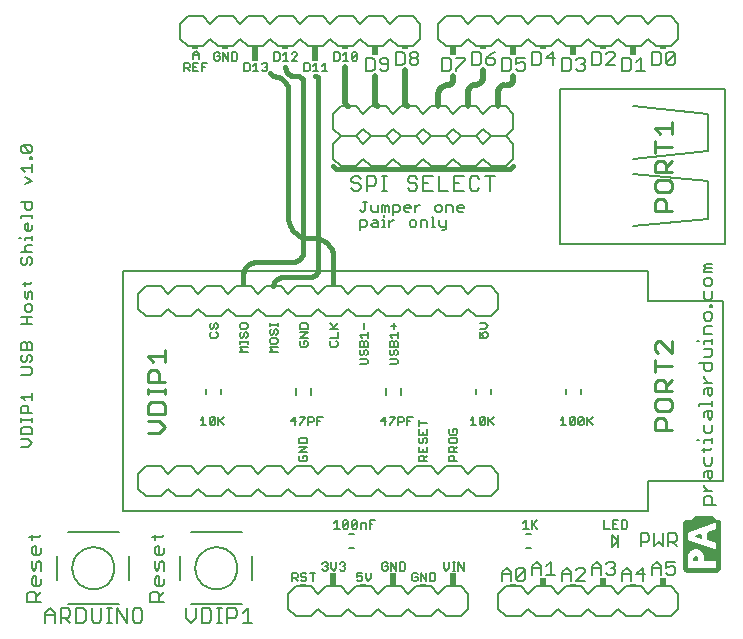
<source format=gto>
G75*
G70*
%OFA0B0*%
%FSLAX24Y24*%
%IPPOS*%
%LPD*%
%AMOC8*
5,1,8,0,0,1.08239X$1,22.5*
%
%ADD10C,0.0080*%
%ADD11C,0.0050*%
%ADD12C,0.0070*%
%ADD13R,0.0200X0.0450*%
%ADD14R,0.0200X0.0100*%
%ADD15R,0.0200X0.0500*%
%ADD16R,0.0200X0.0300*%
%ADD17C,0.0200*%
%ADD18C,0.0160*%
%ADD19C,0.0110*%
%ADD20C,0.0060*%
D10*
X001142Y000844D02*
X001142Y001165D01*
X001302Y001325D01*
X001462Y001165D01*
X001462Y000844D01*
X001658Y000844D02*
X001658Y001325D01*
X001898Y001325D01*
X001978Y001245D01*
X001978Y001085D01*
X001898Y001004D01*
X001658Y001004D01*
X001818Y001004D02*
X001978Y000844D01*
X002173Y000844D02*
X002413Y000844D01*
X002493Y000924D01*
X002493Y001245D01*
X002413Y001325D01*
X002173Y001325D01*
X002173Y000844D01*
X002689Y000924D02*
X002769Y000844D01*
X002929Y000844D01*
X003009Y000924D01*
X003009Y001325D01*
X003204Y001325D02*
X003365Y001325D01*
X003285Y001325D02*
X003285Y000844D01*
X003365Y000844D02*
X003204Y000844D01*
X003548Y000844D02*
X003548Y001325D01*
X003868Y000844D01*
X003868Y001325D01*
X004064Y001245D02*
X004064Y000924D01*
X004144Y000844D01*
X004304Y000844D01*
X004384Y000924D01*
X004384Y001245D01*
X004304Y001325D01*
X004144Y001325D01*
X004064Y001245D01*
X003602Y001454D02*
X001902Y001454D01*
X001462Y001085D02*
X001142Y001085D01*
X001012Y001544D02*
X000532Y001544D01*
X000532Y001785D01*
X000612Y001865D01*
X000772Y001865D01*
X000852Y001785D01*
X000852Y001544D01*
X000852Y001704D02*
X001012Y001865D01*
X000932Y002060D02*
X000772Y002060D01*
X000692Y002140D01*
X000692Y002300D01*
X000772Y002380D01*
X000852Y002380D01*
X000852Y002060D01*
X000932Y002060D02*
X001012Y002140D01*
X001012Y002300D01*
X001012Y002576D02*
X001012Y002816D01*
X000932Y002896D01*
X000852Y002816D01*
X000852Y002656D01*
X000772Y002576D01*
X000692Y002656D01*
X000692Y002896D01*
X000772Y003091D02*
X000692Y003171D01*
X000692Y003331D01*
X000772Y003411D01*
X000852Y003411D01*
X000852Y003091D01*
X000932Y003091D02*
X000772Y003091D01*
X000932Y003091D02*
X001012Y003171D01*
X001012Y003331D01*
X000932Y003687D02*
X001012Y003767D01*
X000932Y003687D02*
X000612Y003687D01*
X000692Y003607D02*
X000692Y003767D01*
X001552Y003054D02*
X001552Y002261D01*
X002052Y002654D02*
X002054Y002706D01*
X002060Y002758D01*
X002070Y002810D01*
X002083Y002860D01*
X002100Y002910D01*
X002121Y002958D01*
X002146Y003004D01*
X002174Y003048D01*
X002205Y003090D01*
X002239Y003130D01*
X002276Y003167D01*
X002316Y003201D01*
X002358Y003232D01*
X002402Y003260D01*
X002448Y003285D01*
X002496Y003306D01*
X002546Y003323D01*
X002596Y003336D01*
X002648Y003346D01*
X002700Y003352D01*
X002752Y003354D01*
X002804Y003352D01*
X002856Y003346D01*
X002908Y003336D01*
X002958Y003323D01*
X003008Y003306D01*
X003056Y003285D01*
X003102Y003260D01*
X003146Y003232D01*
X003188Y003201D01*
X003228Y003167D01*
X003265Y003130D01*
X003299Y003090D01*
X003330Y003048D01*
X003358Y003004D01*
X003383Y002958D01*
X003404Y002910D01*
X003421Y002860D01*
X003434Y002810D01*
X003444Y002758D01*
X003450Y002706D01*
X003452Y002654D01*
X003450Y002602D01*
X003444Y002550D01*
X003434Y002498D01*
X003421Y002448D01*
X003404Y002398D01*
X003383Y002350D01*
X003358Y002304D01*
X003330Y002260D01*
X003299Y002218D01*
X003265Y002178D01*
X003228Y002141D01*
X003188Y002107D01*
X003146Y002076D01*
X003102Y002048D01*
X003056Y002023D01*
X003008Y002002D01*
X002958Y001985D01*
X002908Y001972D01*
X002856Y001962D01*
X002804Y001956D01*
X002752Y001954D01*
X002700Y001956D01*
X002648Y001962D01*
X002596Y001972D01*
X002546Y001985D01*
X002496Y002002D01*
X002448Y002023D01*
X002402Y002048D01*
X002358Y002076D01*
X002316Y002107D01*
X002276Y002141D01*
X002239Y002178D01*
X002205Y002218D01*
X002174Y002260D01*
X002146Y002304D01*
X002121Y002350D01*
X002100Y002398D01*
X002083Y002448D01*
X002070Y002498D01*
X002060Y002550D01*
X002054Y002602D01*
X002052Y002654D01*
X001902Y003854D02*
X003602Y003854D01*
X003752Y004554D02*
X003752Y012554D01*
X021252Y012554D01*
X021252Y011554D01*
X023752Y011554D01*
X023752Y005554D01*
X021252Y005554D01*
X021252Y004554D01*
X003752Y004554D01*
X004502Y005054D02*
X004252Y005304D01*
X004252Y005804D01*
X004502Y006054D01*
X005002Y006054D01*
X005252Y005804D01*
X005502Y006054D01*
X006002Y006054D01*
X006252Y005804D01*
X006502Y006054D01*
X007002Y006054D01*
X007252Y005804D01*
X007502Y006054D01*
X008002Y006054D01*
X008252Y005804D01*
X008502Y006054D01*
X009002Y006054D01*
X009252Y005804D01*
X009502Y006054D01*
X010002Y006054D01*
X010252Y005804D01*
X010502Y006054D01*
X011002Y006054D01*
X011252Y005804D01*
X011502Y006054D01*
X012002Y006054D01*
X012252Y005804D01*
X012502Y006054D01*
X013002Y006054D01*
X013252Y005804D01*
X013502Y006054D01*
X014002Y006054D01*
X014252Y005804D01*
X014502Y006054D01*
X015002Y006054D01*
X015252Y005804D01*
X015502Y006054D01*
X016002Y006054D01*
X016252Y005804D01*
X016252Y005304D01*
X016002Y005054D01*
X015502Y005054D01*
X015252Y005304D01*
X015002Y005054D01*
X014502Y005054D01*
X014252Y005304D01*
X014002Y005054D01*
X013502Y005054D01*
X013252Y005304D01*
X013002Y005054D01*
X012502Y005054D01*
X012252Y005304D01*
X012002Y005054D01*
X011502Y005054D01*
X011252Y005304D01*
X011002Y005054D01*
X010502Y005054D01*
X010252Y005304D01*
X010002Y005054D01*
X009502Y005054D01*
X009252Y005304D01*
X009002Y005054D01*
X008502Y005054D01*
X008252Y005304D01*
X008002Y005054D01*
X007502Y005054D01*
X007252Y005304D01*
X007002Y005054D01*
X006502Y005054D01*
X006252Y005304D01*
X006002Y005054D01*
X005502Y005054D01*
X005252Y005304D01*
X005002Y005054D01*
X004502Y005054D01*
X004792Y003767D02*
X004792Y003607D01*
X004712Y003687D02*
X005032Y003687D01*
X005112Y003767D01*
X004952Y003411D02*
X004872Y003411D01*
X004792Y003331D01*
X004792Y003171D01*
X004872Y003091D01*
X005032Y003091D01*
X005112Y003171D01*
X005112Y003331D01*
X004952Y003411D02*
X004952Y003091D01*
X005032Y002896D02*
X004952Y002816D01*
X004952Y002656D01*
X004872Y002576D01*
X004792Y002656D01*
X004792Y002896D01*
X005032Y002896D02*
X005112Y002816D01*
X005112Y002576D01*
X004952Y002380D02*
X004872Y002380D01*
X004792Y002300D01*
X004792Y002140D01*
X004872Y002060D01*
X005032Y002060D01*
X005112Y002140D01*
X005112Y002300D01*
X004952Y002380D02*
X004952Y002060D01*
X004872Y001865D02*
X004952Y001785D01*
X004952Y001544D01*
X005112Y001544D02*
X004632Y001544D01*
X004632Y001785D01*
X004712Y001865D01*
X004872Y001865D01*
X004952Y001704D02*
X005112Y001865D01*
X005652Y002261D02*
X005652Y003054D01*
X006002Y003854D02*
X007702Y003854D01*
X008052Y003054D02*
X008052Y002250D01*
X007702Y001454D02*
X006002Y001454D01*
X005842Y001325D02*
X005842Y001004D01*
X006002Y000844D01*
X006162Y001004D01*
X006162Y001325D01*
X006358Y001325D02*
X006598Y001325D01*
X006678Y001245D01*
X006678Y000924D01*
X006598Y000844D01*
X006358Y000844D01*
X006358Y001325D01*
X006873Y001325D02*
X007033Y001325D01*
X006953Y001325D02*
X006953Y000844D01*
X006873Y000844D02*
X007033Y000844D01*
X007217Y000844D02*
X007217Y001325D01*
X007457Y001325D01*
X007537Y001245D01*
X007537Y001085D01*
X007457Y001004D01*
X007217Y001004D01*
X007733Y000844D02*
X008053Y000844D01*
X007893Y000844D02*
X007893Y001325D01*
X007733Y001165D01*
X009252Y001304D02*
X009502Y001054D01*
X010002Y001054D01*
X010252Y001304D01*
X010502Y001054D01*
X011002Y001054D01*
X011252Y001304D01*
X011502Y001054D01*
X012002Y001054D01*
X012252Y001304D01*
X012502Y001054D01*
X013002Y001054D01*
X013252Y001304D01*
X013502Y001054D01*
X014002Y001054D01*
X014252Y001304D01*
X014502Y001054D01*
X015002Y001054D01*
X015252Y001304D01*
X015252Y001804D01*
X015002Y002054D01*
X014502Y002054D01*
X014252Y001804D01*
X014002Y002054D01*
X013502Y002054D01*
X013252Y001804D01*
X013002Y002054D01*
X012502Y002054D01*
X012252Y001804D01*
X012002Y002054D01*
X011502Y002054D01*
X011252Y001804D01*
X011002Y002054D01*
X010502Y002054D01*
X010252Y001804D01*
X010002Y002054D01*
X009502Y002054D01*
X009252Y001804D01*
X009252Y001304D01*
X006152Y002654D02*
X006154Y002706D01*
X006160Y002758D01*
X006170Y002810D01*
X006183Y002860D01*
X006200Y002910D01*
X006221Y002958D01*
X006246Y003004D01*
X006274Y003048D01*
X006305Y003090D01*
X006339Y003130D01*
X006376Y003167D01*
X006416Y003201D01*
X006458Y003232D01*
X006502Y003260D01*
X006548Y003285D01*
X006596Y003306D01*
X006646Y003323D01*
X006696Y003336D01*
X006748Y003346D01*
X006800Y003352D01*
X006852Y003354D01*
X006904Y003352D01*
X006956Y003346D01*
X007008Y003336D01*
X007058Y003323D01*
X007108Y003306D01*
X007156Y003285D01*
X007202Y003260D01*
X007246Y003232D01*
X007288Y003201D01*
X007328Y003167D01*
X007365Y003130D01*
X007399Y003090D01*
X007430Y003048D01*
X007458Y003004D01*
X007483Y002958D01*
X007504Y002910D01*
X007521Y002860D01*
X007534Y002810D01*
X007544Y002758D01*
X007550Y002706D01*
X007552Y002654D01*
X007550Y002602D01*
X007544Y002550D01*
X007534Y002498D01*
X007521Y002448D01*
X007504Y002398D01*
X007483Y002350D01*
X007458Y002304D01*
X007430Y002260D01*
X007399Y002218D01*
X007365Y002178D01*
X007328Y002141D01*
X007288Y002107D01*
X007246Y002076D01*
X007202Y002048D01*
X007156Y002023D01*
X007108Y002002D01*
X007058Y001985D01*
X007008Y001972D01*
X006956Y001962D01*
X006904Y001956D01*
X006852Y001954D01*
X006800Y001956D01*
X006748Y001962D01*
X006696Y001972D01*
X006646Y001985D01*
X006596Y002002D01*
X006548Y002023D01*
X006502Y002048D01*
X006458Y002076D01*
X006416Y002107D01*
X006376Y002141D01*
X006339Y002178D01*
X006305Y002218D01*
X006274Y002260D01*
X006246Y002304D01*
X006221Y002350D01*
X006200Y002398D01*
X006183Y002448D01*
X006170Y002498D01*
X006160Y002550D01*
X006154Y002602D01*
X006152Y002654D01*
X003952Y002250D02*
X003952Y003054D01*
X002689Y001325D02*
X002689Y000924D01*
X000585Y006694D02*
X000332Y006694D01*
X000585Y006694D02*
X000712Y006821D01*
X000585Y006948D01*
X000332Y006948D01*
X000332Y007118D02*
X000332Y007308D01*
X000395Y007371D01*
X000649Y007371D01*
X000712Y007308D01*
X000712Y007118D01*
X000332Y007118D01*
X000332Y007541D02*
X000332Y007668D01*
X000332Y007605D02*
X000712Y007605D01*
X000712Y007668D02*
X000712Y007541D01*
X000712Y007824D02*
X000332Y007824D01*
X000332Y008014D01*
X000395Y008077D01*
X000522Y008077D01*
X000585Y008014D01*
X000585Y007824D01*
X000458Y008247D02*
X000332Y008374D01*
X000712Y008374D01*
X000712Y008247D02*
X000712Y008501D01*
X000649Y009094D02*
X000332Y009094D01*
X000332Y009348D02*
X000649Y009348D01*
X000712Y009285D01*
X000712Y009158D01*
X000649Y009094D01*
X000649Y009518D02*
X000712Y009581D01*
X000712Y009708D01*
X000649Y009771D01*
X000585Y009771D01*
X000522Y009708D01*
X000522Y009581D01*
X000458Y009518D01*
X000395Y009518D01*
X000332Y009581D01*
X000332Y009708D01*
X000395Y009771D01*
X000332Y009941D02*
X000332Y010132D01*
X000395Y010195D01*
X000458Y010195D01*
X000522Y010132D01*
X000522Y009941D01*
X000712Y009941D02*
X000712Y010132D01*
X000649Y010195D01*
X000585Y010195D01*
X000522Y010132D01*
X000712Y009941D02*
X000332Y009941D01*
X000332Y010789D02*
X000712Y010789D01*
X000522Y010789D02*
X000522Y011042D01*
X000522Y011212D02*
X000458Y011276D01*
X000458Y011402D01*
X000522Y011466D01*
X000649Y011466D01*
X000712Y011402D01*
X000712Y011276D01*
X000649Y011212D01*
X000522Y011212D01*
X000332Y011042D02*
X000712Y011042D01*
X000712Y011636D02*
X000712Y011826D01*
X000649Y011889D01*
X000585Y011826D01*
X000585Y011699D01*
X000522Y011636D01*
X000458Y011699D01*
X000458Y011889D01*
X000458Y012059D02*
X000458Y012186D01*
X000395Y012123D02*
X000649Y012123D01*
X000712Y012186D01*
X000649Y012765D02*
X000712Y012829D01*
X000712Y012955D01*
X000649Y013019D01*
X000585Y013019D01*
X000522Y012955D01*
X000522Y012829D01*
X000458Y012765D01*
X000395Y012765D01*
X000332Y012829D01*
X000332Y012955D01*
X000395Y013019D01*
X000332Y013189D02*
X000712Y013189D01*
X000522Y013189D02*
X000458Y013252D01*
X000458Y013379D01*
X000522Y013442D01*
X000712Y013442D01*
X000712Y013612D02*
X000712Y013739D01*
X000712Y013676D02*
X000458Y013676D01*
X000458Y013612D01*
X000332Y013676D02*
X000268Y013676D01*
X000522Y013895D02*
X000458Y013958D01*
X000458Y014085D01*
X000522Y014148D01*
X000585Y014148D01*
X000585Y013895D01*
X000522Y013895D02*
X000649Y013895D01*
X000712Y013958D01*
X000712Y014085D01*
X000712Y014318D02*
X000712Y014445D01*
X000712Y014381D02*
X000332Y014381D01*
X000332Y014318D01*
X000522Y014600D02*
X000458Y014664D01*
X000458Y014854D01*
X000332Y014854D02*
X000712Y014854D01*
X000712Y014664D01*
X000649Y014600D01*
X000522Y014600D01*
X000458Y015448D02*
X000712Y015574D01*
X000458Y015701D01*
X000458Y015871D02*
X000332Y015998D01*
X000712Y015998D01*
X000712Y015871D02*
X000712Y016125D01*
X000712Y016295D02*
X000712Y016358D01*
X000649Y016358D01*
X000649Y016295D01*
X000712Y016295D01*
X000649Y016506D02*
X000395Y016506D01*
X000332Y016570D01*
X000332Y016697D01*
X000395Y016760D01*
X000649Y016506D01*
X000712Y016570D01*
X000712Y016697D01*
X000649Y016760D01*
X000395Y016760D01*
X004502Y012054D02*
X005002Y012054D01*
X005252Y011804D01*
X005502Y012054D01*
X006002Y012054D01*
X006252Y011804D01*
X006502Y012054D01*
X007002Y012054D01*
X007252Y011804D01*
X007502Y012054D01*
X008002Y012054D01*
X008252Y011804D01*
X008502Y012054D01*
X009002Y012054D01*
X009252Y011804D01*
X009502Y012054D01*
X010002Y012054D01*
X010252Y011804D01*
X010502Y012054D01*
X011002Y012054D01*
X011252Y011804D01*
X011502Y012054D01*
X012002Y012054D01*
X012252Y011804D01*
X012502Y012054D01*
X013002Y012054D01*
X013252Y011804D01*
X013502Y012054D01*
X014002Y012054D01*
X014252Y011804D01*
X014502Y012054D01*
X015002Y012054D01*
X015252Y011804D01*
X015502Y012054D01*
X016002Y012054D01*
X016252Y011804D01*
X016252Y011304D01*
X016002Y011054D01*
X015502Y011054D01*
X015252Y011304D01*
X015002Y011054D01*
X014502Y011054D01*
X014252Y011304D01*
X014002Y011054D01*
X013502Y011054D01*
X013252Y011304D01*
X013002Y011054D01*
X012502Y011054D01*
X012252Y011304D01*
X012002Y011054D01*
X011502Y011054D01*
X011252Y011304D01*
X011002Y011054D01*
X010502Y011054D01*
X010252Y011304D01*
X010002Y011054D01*
X009502Y011054D01*
X009252Y011304D01*
X009002Y011054D01*
X008502Y011054D01*
X008252Y011304D01*
X008002Y011054D01*
X007502Y011054D01*
X007252Y011304D01*
X007002Y011054D01*
X006502Y011054D01*
X006252Y011304D01*
X006002Y011054D01*
X005502Y011054D01*
X005252Y011304D01*
X005002Y011054D01*
X004502Y011054D01*
X004252Y011304D01*
X004252Y011804D01*
X004502Y012054D01*
X010752Y016304D02*
X010752Y016804D01*
X011002Y017054D01*
X010752Y017304D01*
X010752Y017804D01*
X011002Y018054D01*
X011502Y018054D01*
X011752Y017804D01*
X012002Y018054D01*
X012502Y018054D01*
X012752Y017804D01*
X013002Y018054D01*
X013502Y018054D01*
X013752Y017804D01*
X014002Y018054D01*
X014502Y018054D01*
X014752Y017804D01*
X015002Y018054D01*
X015502Y018054D01*
X015752Y017804D01*
X016002Y018054D01*
X016502Y018054D01*
X016752Y017804D01*
X016752Y017304D01*
X016502Y017054D01*
X016002Y017054D01*
X015752Y017304D01*
X015502Y017054D01*
X015002Y017054D01*
X014752Y017304D01*
X014502Y017054D01*
X014002Y017054D01*
X013752Y017304D01*
X013502Y017054D01*
X013002Y017054D01*
X012752Y017304D01*
X012502Y017054D01*
X012002Y017054D01*
X011752Y017304D01*
X011502Y017054D01*
X011002Y017054D01*
X011502Y017054D01*
X011752Y016804D01*
X012002Y017054D01*
X012502Y017054D01*
X012752Y016804D01*
X013002Y017054D01*
X013502Y017054D01*
X013752Y016804D01*
X014002Y017054D01*
X014502Y017054D01*
X014752Y016804D01*
X015002Y017054D01*
X015502Y017054D01*
X015752Y016804D01*
X016002Y017054D01*
X016502Y017054D01*
X016752Y016804D01*
X016752Y016304D01*
X016502Y016054D01*
X016002Y016054D01*
X015752Y016304D01*
X015502Y016054D01*
X015002Y016054D01*
X014752Y016304D01*
X014502Y016054D01*
X014002Y016054D01*
X013752Y016304D01*
X013502Y016054D01*
X013002Y016054D01*
X012752Y016304D01*
X012502Y016054D01*
X012002Y016054D01*
X011752Y016304D01*
X011502Y016054D01*
X011002Y016054D01*
X010752Y016304D01*
X011342Y015645D02*
X011422Y015725D01*
X011582Y015725D01*
X011662Y015645D01*
X011582Y015485D02*
X011662Y015404D01*
X011662Y015324D01*
X011582Y015244D01*
X011422Y015244D01*
X011342Y015324D01*
X011422Y015485D02*
X011582Y015485D01*
X011422Y015485D02*
X011342Y015565D01*
X011342Y015645D01*
X011858Y015725D02*
X011858Y015244D01*
X011858Y015404D02*
X012098Y015404D01*
X012178Y015485D01*
X012178Y015645D01*
X012098Y015725D01*
X011858Y015725D01*
X012373Y015725D02*
X012533Y015725D01*
X012453Y015725D02*
X012453Y015244D01*
X012373Y015244D02*
X012533Y015244D01*
X013233Y015324D02*
X013313Y015244D01*
X013473Y015244D01*
X013553Y015324D01*
X013553Y015404D01*
X013473Y015485D01*
X013313Y015485D01*
X013233Y015565D01*
X013233Y015645D01*
X013313Y015725D01*
X013473Y015725D01*
X013553Y015645D01*
X013748Y015725D02*
X013748Y015244D01*
X014068Y015244D01*
X014264Y015244D02*
X014584Y015244D01*
X014779Y015244D02*
X015100Y015244D01*
X015295Y015324D02*
X015375Y015244D01*
X015535Y015244D01*
X015615Y015324D01*
X015615Y015645D02*
X015535Y015725D01*
X015375Y015725D01*
X015295Y015645D01*
X015295Y015324D01*
X014940Y015485D02*
X014779Y015485D01*
X014779Y015725D02*
X014779Y015244D01*
X014264Y015244D02*
X014264Y015725D01*
X014068Y015725D02*
X013748Y015725D01*
X013748Y015485D02*
X013908Y015485D01*
X014779Y015725D02*
X015100Y015725D01*
X015811Y015725D02*
X016131Y015725D01*
X015971Y015725D02*
X015971Y015244D01*
X016002Y020054D02*
X015502Y020054D01*
X015252Y020304D01*
X015002Y020054D01*
X014502Y020054D01*
X014252Y020304D01*
X014252Y020804D01*
X014502Y021054D01*
X015002Y021054D01*
X015252Y020804D01*
X015502Y021054D01*
X016002Y021054D01*
X016252Y020804D01*
X016502Y021054D01*
X017002Y021054D01*
X017252Y020804D01*
X017502Y021054D01*
X018002Y021054D01*
X018252Y020804D01*
X018502Y021054D01*
X019002Y021054D01*
X019252Y020804D01*
X019502Y021054D01*
X020002Y021054D01*
X020252Y020804D01*
X020502Y021054D01*
X021002Y021054D01*
X021252Y020804D01*
X021502Y021054D01*
X022002Y021054D01*
X022252Y020804D01*
X022252Y020304D01*
X022002Y020054D01*
X021502Y020054D01*
X021252Y020304D01*
X021002Y020054D01*
X020502Y020054D01*
X020252Y020304D01*
X020002Y020054D01*
X019502Y020054D01*
X019252Y020304D01*
X019002Y020054D01*
X018502Y020054D01*
X018252Y020304D01*
X018002Y020054D01*
X017502Y020054D01*
X017252Y020304D01*
X017002Y020054D01*
X016502Y020054D01*
X016252Y020304D01*
X016002Y020054D01*
X013652Y020304D02*
X013402Y020054D01*
X012902Y020054D01*
X012652Y020304D01*
X012402Y020054D01*
X011902Y020054D01*
X011652Y020304D01*
X011402Y020054D01*
X010902Y020054D01*
X010652Y020304D01*
X010402Y020054D01*
X009902Y020054D01*
X009652Y020304D01*
X009402Y020054D01*
X008902Y020054D01*
X008652Y020304D01*
X008402Y020054D01*
X007902Y020054D01*
X007652Y020304D01*
X007402Y020054D01*
X006902Y020054D01*
X006652Y020304D01*
X006402Y020054D01*
X005902Y020054D01*
X005652Y020304D01*
X005652Y020804D01*
X005902Y021054D01*
X006402Y021054D01*
X006652Y020804D01*
X006902Y021054D01*
X007402Y021054D01*
X007652Y020804D01*
X007902Y021054D01*
X008402Y021054D01*
X008652Y020804D01*
X008902Y021054D01*
X009402Y021054D01*
X009652Y020804D01*
X009902Y021054D01*
X010402Y021054D01*
X010652Y020804D01*
X010902Y021054D01*
X011402Y021054D01*
X011652Y020804D01*
X011902Y021054D01*
X012402Y021054D01*
X012652Y020804D01*
X012902Y021054D01*
X013402Y021054D01*
X013652Y020804D01*
X013652Y020304D01*
X023092Y012734D02*
X023162Y012804D01*
X023372Y012804D01*
X023372Y012664D02*
X023162Y012664D01*
X023092Y012734D01*
X023162Y012664D02*
X023092Y012594D01*
X023092Y012524D01*
X023372Y012524D01*
X023302Y012343D02*
X023162Y012343D01*
X023092Y012273D01*
X023092Y012133D01*
X023162Y012063D01*
X023302Y012063D01*
X023372Y012133D01*
X023372Y012273D01*
X023302Y012343D01*
X023372Y011883D02*
X023372Y011673D01*
X023302Y011603D01*
X023162Y011603D01*
X023092Y011673D01*
X023092Y011883D01*
X023302Y011443D02*
X023372Y011443D01*
X023372Y011373D01*
X023302Y011373D01*
X023302Y011443D01*
X023302Y011193D02*
X023162Y011193D01*
X023092Y011122D01*
X023092Y010982D01*
X023162Y010912D01*
X023302Y010912D01*
X023372Y010982D01*
X023372Y011122D01*
X023302Y011193D01*
X023372Y010732D02*
X023162Y010732D01*
X023092Y010662D01*
X023092Y010452D01*
X023372Y010452D01*
X023372Y010285D02*
X023372Y010145D01*
X023372Y010215D02*
X023092Y010215D01*
X023092Y010145D01*
X022952Y010215D02*
X022882Y010215D01*
X023092Y009965D02*
X023372Y009965D01*
X023372Y009755D01*
X023302Y009685D01*
X023092Y009685D01*
X023092Y009505D02*
X023092Y009294D01*
X023162Y009224D01*
X023302Y009224D01*
X023372Y009294D01*
X023372Y009505D01*
X022952Y009505D01*
X023092Y009051D02*
X023092Y008981D01*
X023232Y008841D01*
X023372Y008841D02*
X023092Y008841D01*
X023162Y008661D02*
X023372Y008661D01*
X023372Y008450D01*
X023302Y008380D01*
X023232Y008450D01*
X023232Y008661D01*
X023162Y008661D02*
X023092Y008591D01*
X023092Y008450D01*
X023372Y008214D02*
X023372Y008074D01*
X023372Y008144D02*
X022952Y008144D01*
X022952Y008074D01*
X023162Y007893D02*
X023372Y007893D01*
X023372Y007683D01*
X023302Y007613D01*
X023232Y007683D01*
X023232Y007893D01*
X023162Y007893D02*
X023092Y007823D01*
X023092Y007683D01*
X023092Y007433D02*
X023092Y007223D01*
X023162Y007153D01*
X023302Y007153D01*
X023372Y007223D01*
X023372Y007433D01*
X023372Y006986D02*
X023372Y006846D01*
X023372Y006916D02*
X023092Y006916D01*
X023092Y006846D01*
X022952Y006916D02*
X022882Y006916D01*
X023092Y006679D02*
X023092Y006539D01*
X023022Y006609D02*
X023302Y006609D01*
X023372Y006679D01*
X023372Y006359D02*
X023372Y006149D01*
X023302Y006079D01*
X023162Y006079D01*
X023092Y006149D01*
X023092Y006359D01*
X023162Y005899D02*
X023372Y005899D01*
X023372Y005688D01*
X023302Y005618D01*
X023232Y005688D01*
X023232Y005899D01*
X023162Y005899D02*
X023092Y005828D01*
X023092Y005688D01*
X023092Y005445D02*
X023092Y005375D01*
X023232Y005235D01*
X023372Y005235D02*
X023092Y005235D01*
X023162Y005055D02*
X023302Y005055D01*
X023372Y004984D01*
X023372Y004774D01*
X023512Y004774D02*
X023092Y004774D01*
X023092Y004984D01*
X023162Y005055D01*
X022123Y003815D02*
X021913Y003815D01*
X021913Y003394D01*
X021913Y003534D02*
X022123Y003534D01*
X022193Y003604D01*
X022193Y003745D01*
X022123Y003815D01*
X021733Y003815D02*
X021733Y003394D01*
X021592Y003534D01*
X021452Y003394D01*
X021452Y003815D01*
X021272Y003745D02*
X021272Y003604D01*
X021202Y003534D01*
X020992Y003534D01*
X020992Y003394D02*
X020992Y003815D01*
X021202Y003815D01*
X021272Y003745D01*
X022053Y003534D02*
X022193Y003394D01*
X022002Y002054D02*
X021502Y002054D01*
X021252Y001804D01*
X021002Y002054D01*
X020502Y002054D01*
X020252Y001804D01*
X020002Y002054D01*
X019502Y002054D01*
X019252Y001804D01*
X019002Y002054D01*
X018502Y002054D01*
X018252Y001804D01*
X018002Y002054D01*
X017502Y002054D01*
X017252Y001804D01*
X017002Y002054D01*
X016502Y002054D01*
X016252Y001804D01*
X016252Y001304D01*
X016502Y001054D01*
X017002Y001054D01*
X017252Y001304D01*
X017502Y001054D01*
X018002Y001054D01*
X018252Y001304D01*
X018502Y001054D01*
X019002Y001054D01*
X019252Y001304D01*
X019502Y001054D01*
X020002Y001054D01*
X020252Y001304D01*
X020502Y001054D01*
X021002Y001054D01*
X021252Y001304D01*
X021502Y001054D01*
X022002Y001054D01*
X022252Y001304D01*
X022252Y001804D01*
X022002Y002054D01*
D11*
X022482Y002574D02*
X022432Y002624D01*
X022432Y004174D01*
X022482Y004224D01*
X022482Y002624D01*
X023532Y002624D01*
X023532Y002574D01*
X022532Y002574D01*
X022532Y003024D01*
X022532Y003174D01*
X022532Y003224D01*
X022582Y003274D01*
X022532Y003274D01*
X022532Y003324D01*
X022632Y003324D01*
X022582Y003274D01*
X022632Y003274D02*
X022532Y003174D01*
X022532Y003224D02*
X022532Y003274D01*
X022532Y003324D02*
X022632Y003274D01*
X022632Y003324D01*
X022682Y003324D01*
X022632Y003274D01*
X022532Y003374D01*
X022682Y003324D01*
X022532Y003424D01*
X022782Y003324D01*
X022532Y003474D01*
X022882Y003324D01*
X022982Y003324D02*
X023532Y003074D01*
X023032Y003274D01*
X023532Y003024D01*
X023082Y003224D01*
X023432Y003024D01*
X023132Y003174D01*
X023332Y003024D01*
X023132Y003124D01*
X023232Y003024D01*
X023132Y003024D01*
X023132Y003074D01*
X023232Y003024D01*
X023332Y003024D01*
X023432Y003024D01*
X023532Y003024D01*
X023532Y002974D01*
X023132Y002974D01*
X023132Y003024D01*
X023132Y002974D02*
X023132Y002924D01*
X023532Y002924D01*
X023532Y002624D01*
X023532Y002574D02*
X023532Y002524D01*
X023582Y002574D01*
X023582Y004224D01*
X023632Y004224D01*
X023632Y002624D01*
X023582Y002574D01*
X023532Y002524D02*
X022532Y002524D01*
X022532Y002574D01*
X022532Y002524D02*
X022482Y002574D01*
X022482Y002624D01*
X022782Y002924D02*
X022782Y002974D01*
X022832Y002974D01*
X022882Y002974D02*
X022880Y002987D01*
X022875Y002999D01*
X022867Y003009D01*
X022857Y003017D01*
X022845Y003022D01*
X022832Y003024D01*
X022819Y003022D01*
X022807Y003017D01*
X022797Y003009D01*
X022789Y002999D01*
X022784Y002987D01*
X022782Y002974D01*
X022782Y002924D02*
X022832Y002924D01*
X022832Y002974D01*
X022882Y002974D01*
X022882Y002924D01*
X022832Y002924D01*
X023132Y003024D02*
X023130Y003058D01*
X023124Y003091D01*
X023115Y003123D01*
X023102Y003154D01*
X023086Y003184D01*
X023067Y003211D01*
X023044Y003236D01*
X023019Y003259D01*
X022992Y003278D01*
X022962Y003294D01*
X022931Y003307D01*
X022899Y003316D01*
X022866Y003322D01*
X022832Y003324D01*
X022798Y003322D01*
X022765Y003316D01*
X022733Y003307D01*
X022702Y003294D01*
X022672Y003278D01*
X022645Y003259D01*
X022620Y003236D01*
X022597Y003211D01*
X022578Y003184D01*
X022562Y003154D01*
X022549Y003123D01*
X022540Y003091D01*
X022534Y003058D01*
X022532Y003024D01*
X022532Y003324D02*
X022532Y003374D01*
X022532Y003424D01*
X022532Y003474D01*
X023532Y003174D01*
X023532Y003124D01*
X022982Y003324D01*
X023007Y003674D02*
X022832Y003724D01*
X023007Y003774D01*
X023007Y003674D01*
X022982Y003724D02*
X022882Y003724D01*
X022532Y003574D02*
X022532Y003524D01*
X022532Y003474D01*
X022532Y003524D02*
X023532Y003224D01*
X022532Y003574D01*
X022532Y003874D01*
X023532Y004224D01*
X023382Y004174D01*
X023382Y004224D01*
X023382Y004274D01*
X023382Y004324D01*
X022532Y004124D01*
X022582Y004124D01*
X022582Y004224D01*
X022632Y004224D01*
X022632Y004124D01*
X022682Y004124D01*
X022682Y004224D01*
X022732Y004224D01*
X022732Y004274D01*
X022782Y004324D01*
X022832Y004374D01*
X022832Y004174D01*
X022882Y004174D01*
X022882Y004374D01*
X022932Y004374D01*
X022932Y004174D01*
X022982Y004174D01*
X022982Y004374D01*
X023032Y004374D01*
X023032Y004224D01*
X023082Y004224D01*
X023082Y004374D01*
X023132Y004374D01*
X023132Y004274D01*
X023182Y004274D01*
X023182Y004374D01*
X023232Y004374D01*
X023232Y004274D01*
X023282Y004274D01*
X023282Y004374D01*
X023332Y004374D01*
X023332Y004274D01*
X023382Y004274D01*
X022532Y004024D01*
X022532Y004074D01*
X023382Y004324D01*
X023382Y004374D01*
X023432Y004324D01*
X023432Y004224D01*
X023482Y004224D01*
X023332Y004224D01*
X023382Y004224D02*
X022532Y003974D01*
X022532Y004024D01*
X022532Y003974D02*
X022532Y003924D01*
X023532Y004224D01*
X023532Y003924D01*
X023232Y003824D01*
X023532Y003724D01*
X023532Y003774D01*
X023282Y003824D01*
X023332Y003824D01*
X023532Y003874D01*
X023532Y003824D01*
X023332Y003824D01*
X023232Y003824D02*
X023232Y003774D01*
X023532Y003674D01*
X023532Y003624D01*
X023232Y003724D01*
X023232Y003674D01*
X023532Y003574D01*
X023532Y003524D01*
X023232Y003624D01*
X023232Y003674D01*
X023232Y003724D02*
X023232Y003774D01*
X023532Y003774D02*
X023532Y003824D01*
X023532Y003874D02*
X023532Y003924D01*
X023532Y003724D02*
X023532Y003674D01*
X023532Y003624D02*
X023532Y003574D01*
X023532Y003524D02*
X023532Y003224D01*
X023532Y003174D01*
X023532Y003124D02*
X023532Y003074D01*
X023532Y003024D01*
X023532Y002974D02*
X023532Y002924D01*
X022532Y003874D02*
X022532Y003924D01*
X022532Y004074D02*
X022532Y004124D01*
X022532Y004224D01*
X022582Y004224D01*
X022632Y004224D02*
X022682Y004224D01*
X022732Y004274D01*
X022732Y004224D02*
X022732Y004174D01*
X022782Y004174D01*
X022782Y004324D01*
X022832Y004374D02*
X022882Y004374D01*
X022932Y004374D02*
X022982Y004374D01*
X023032Y004374D02*
X023082Y004374D01*
X023132Y004374D02*
X023182Y004374D01*
X023232Y004374D02*
X023282Y004374D01*
X023332Y004374D02*
X023382Y004374D01*
X023432Y004324D02*
X023482Y004274D01*
X023482Y004224D01*
X023532Y004224D02*
X023582Y004224D01*
X023532Y004224D02*
X023482Y004274D01*
X022532Y004224D02*
X022482Y004224D01*
X020546Y004204D02*
X020546Y004024D01*
X020501Y003979D01*
X020366Y003979D01*
X020366Y004250D01*
X020501Y004250D01*
X020546Y004204D01*
X020252Y004250D02*
X020072Y004250D01*
X020072Y003979D01*
X020252Y003979D01*
X020162Y004114D02*
X020072Y004114D01*
X019957Y003979D02*
X019777Y003979D01*
X019777Y004250D01*
X020052Y003754D02*
X020052Y003354D01*
X020252Y003554D01*
X020052Y003754D01*
X020252Y003754D02*
X020252Y003354D01*
X017552Y003979D02*
X017417Y004114D01*
X017372Y004069D02*
X017552Y004250D01*
X017372Y004250D02*
X017372Y003979D01*
X017257Y003979D02*
X017077Y003979D01*
X017167Y003979D02*
X017167Y004250D01*
X017077Y004159D01*
X015098Y002850D02*
X015098Y002579D01*
X014918Y002850D01*
X014918Y002579D01*
X014812Y002579D02*
X014722Y002579D01*
X014767Y002579D02*
X014767Y002850D01*
X014722Y002850D02*
X014812Y002850D01*
X014607Y002850D02*
X014607Y002669D01*
X014517Y002579D01*
X014427Y002669D01*
X014427Y002850D01*
X014101Y002500D02*
X014146Y002454D01*
X014146Y002274D01*
X014101Y002229D01*
X013966Y002229D01*
X013966Y002500D01*
X014101Y002500D01*
X013852Y002500D02*
X013852Y002229D01*
X013672Y002500D01*
X013672Y002229D01*
X013557Y002274D02*
X013557Y002364D01*
X013467Y002364D01*
X013377Y002274D02*
X013422Y002229D01*
X013512Y002229D01*
X013557Y002274D01*
X013377Y002274D02*
X013377Y002454D01*
X013422Y002500D01*
X013512Y002500D01*
X013557Y002454D01*
X013146Y002624D02*
X013146Y002804D01*
X013101Y002850D01*
X012966Y002850D01*
X012966Y002579D01*
X013101Y002579D01*
X013146Y002624D01*
X012852Y002579D02*
X012852Y002850D01*
X012672Y002850D02*
X012672Y002579D01*
X012557Y002624D02*
X012557Y002714D01*
X012467Y002714D01*
X012377Y002624D02*
X012422Y002579D01*
X012512Y002579D01*
X012557Y002624D01*
X012377Y002624D02*
X012377Y002804D01*
X012422Y002850D01*
X012512Y002850D01*
X012557Y002804D01*
X012672Y002850D02*
X012852Y002579D01*
X012002Y002500D02*
X012002Y002319D01*
X011912Y002229D01*
X011822Y002319D01*
X011822Y002500D01*
X011707Y002500D02*
X011527Y002500D01*
X011527Y002364D01*
X011617Y002409D01*
X011662Y002409D01*
X011707Y002364D01*
X011707Y002274D01*
X011662Y002229D01*
X011572Y002229D01*
X011527Y002274D01*
X011146Y002624D02*
X011146Y002669D01*
X011101Y002714D01*
X011056Y002714D01*
X011101Y002714D02*
X011146Y002759D01*
X011146Y002804D01*
X011101Y002850D01*
X011011Y002850D01*
X010966Y002804D01*
X010852Y002850D02*
X010852Y002669D01*
X010762Y002579D01*
X010672Y002669D01*
X010672Y002850D01*
X010557Y002804D02*
X010557Y002759D01*
X010512Y002714D01*
X010557Y002669D01*
X010557Y002624D01*
X010512Y002579D01*
X010422Y002579D01*
X010377Y002624D01*
X010467Y002714D02*
X010512Y002714D01*
X010557Y002804D02*
X010512Y002850D01*
X010422Y002850D01*
X010377Y002804D01*
X010146Y002500D02*
X009966Y002500D01*
X010056Y002500D02*
X010056Y002229D01*
X009852Y002274D02*
X009807Y002229D01*
X009717Y002229D01*
X009672Y002274D01*
X009717Y002364D02*
X009807Y002364D01*
X009852Y002319D01*
X009852Y002274D01*
X009717Y002364D02*
X009672Y002409D01*
X009672Y002454D01*
X009717Y002500D01*
X009807Y002500D01*
X009852Y002454D01*
X009557Y002454D02*
X009557Y002364D01*
X009512Y002319D01*
X009377Y002319D01*
X009377Y002229D02*
X009377Y002500D01*
X009512Y002500D01*
X009557Y002454D01*
X009467Y002319D02*
X009557Y002229D01*
X010966Y002624D02*
X011011Y002579D01*
X011101Y002579D01*
X011146Y002624D01*
X011117Y003979D02*
X011072Y004024D01*
X011252Y004204D01*
X011252Y004024D01*
X011207Y003979D01*
X011117Y003979D01*
X011072Y004024D02*
X011072Y004204D01*
X011117Y004250D01*
X011207Y004250D01*
X011252Y004204D01*
X011366Y004204D02*
X011411Y004250D01*
X011501Y004250D01*
X011546Y004204D01*
X011366Y004024D01*
X011411Y003979D01*
X011501Y003979D01*
X011546Y004024D01*
X011546Y004204D01*
X011661Y004159D02*
X011796Y004159D01*
X011841Y004114D01*
X011841Y003979D01*
X011956Y003979D02*
X011956Y004250D01*
X012136Y004250D01*
X012046Y004114D02*
X011956Y004114D01*
X011661Y004159D02*
X011661Y003979D01*
X011366Y004024D02*
X011366Y004204D01*
X010957Y003979D02*
X010777Y003979D01*
X010867Y003979D02*
X010867Y004250D01*
X010777Y004159D01*
X009832Y006229D02*
X009652Y006229D01*
X009607Y006274D01*
X009607Y006364D01*
X009652Y006409D01*
X009742Y006409D02*
X009742Y006319D01*
X009742Y006409D02*
X009832Y006409D01*
X009877Y006364D01*
X009877Y006274D01*
X009832Y006229D01*
X009877Y006524D02*
X009607Y006524D01*
X009877Y006704D01*
X009607Y006704D01*
X009607Y006819D02*
X009607Y006954D01*
X009652Y006999D01*
X009832Y006999D01*
X009877Y006954D01*
X009877Y006819D01*
X009607Y006819D01*
X009622Y007429D02*
X009622Y007474D01*
X009802Y007654D01*
X009802Y007700D01*
X009622Y007700D01*
X009462Y007700D02*
X009462Y007429D01*
X009507Y007564D02*
X009327Y007564D01*
X009462Y007700D01*
X009916Y007700D02*
X009916Y007429D01*
X009916Y007519D02*
X010051Y007519D01*
X010096Y007564D01*
X010096Y007654D01*
X010051Y007700D01*
X009916Y007700D01*
X010211Y007700D02*
X010211Y007429D01*
X010211Y007564D02*
X010301Y007564D01*
X010211Y007700D02*
X010391Y007700D01*
X012327Y007564D02*
X012507Y007564D01*
X012462Y007429D02*
X012462Y007700D01*
X012327Y007564D01*
X012622Y007474D02*
X012622Y007429D01*
X012622Y007474D02*
X012802Y007654D01*
X012802Y007700D01*
X012622Y007700D01*
X012916Y007700D02*
X012916Y007429D01*
X012916Y007519D02*
X013051Y007519D01*
X013096Y007564D01*
X013096Y007654D01*
X013051Y007700D01*
X012916Y007700D01*
X013211Y007700D02*
X013211Y007429D01*
X013211Y007564D02*
X013301Y007564D01*
X013211Y007700D02*
X013391Y007700D01*
X013607Y007588D02*
X013607Y007408D01*
X013607Y007498D02*
X013877Y007498D01*
X013877Y007293D02*
X013877Y007113D01*
X013607Y007113D01*
X013607Y007293D01*
X013742Y007203D02*
X013742Y007113D01*
X013787Y006999D02*
X013832Y006999D01*
X013877Y006954D01*
X013877Y006864D01*
X013832Y006819D01*
X013742Y006864D02*
X013697Y006819D01*
X013652Y006819D01*
X013607Y006864D01*
X013607Y006954D01*
X013652Y006999D01*
X013742Y006954D02*
X013787Y006999D01*
X013742Y006954D02*
X013742Y006864D01*
X013877Y006704D02*
X013877Y006524D01*
X013607Y006524D01*
X013607Y006704D01*
X013742Y006614D02*
X013742Y006524D01*
X013742Y006409D02*
X013652Y006409D01*
X013607Y006364D01*
X013607Y006229D01*
X013877Y006229D01*
X013787Y006229D02*
X013787Y006364D01*
X013742Y006409D01*
X013787Y006319D02*
X013877Y006409D01*
X014607Y006364D02*
X014652Y006409D01*
X014742Y006409D01*
X014787Y006364D01*
X014787Y006229D01*
X014877Y006229D02*
X014607Y006229D01*
X014607Y006364D01*
X014607Y006524D02*
X014607Y006659D01*
X014652Y006704D01*
X014742Y006704D01*
X014787Y006659D01*
X014787Y006524D01*
X014877Y006524D02*
X014607Y006524D01*
X014787Y006614D02*
X014877Y006704D01*
X014832Y006819D02*
X014877Y006864D01*
X014877Y006954D01*
X014832Y006999D01*
X014652Y006999D01*
X014607Y006954D01*
X014607Y006864D01*
X014652Y006819D01*
X014832Y006819D01*
X014832Y007113D02*
X014877Y007158D01*
X014877Y007248D01*
X014832Y007293D01*
X014742Y007293D01*
X014742Y007203D01*
X014652Y007113D02*
X014832Y007113D01*
X014652Y007113D02*
X014607Y007158D01*
X014607Y007248D01*
X014652Y007293D01*
X015327Y007429D02*
X015507Y007429D01*
X015417Y007429D02*
X015417Y007700D01*
X015327Y007609D01*
X015622Y007654D02*
X015622Y007474D01*
X015802Y007654D01*
X015802Y007474D01*
X015757Y007429D01*
X015667Y007429D01*
X015622Y007474D01*
X015622Y007654D02*
X015667Y007700D01*
X015757Y007700D01*
X015802Y007654D01*
X015916Y007700D02*
X015916Y007429D01*
X015916Y007519D02*
X016096Y007700D01*
X015961Y007564D02*
X016096Y007429D01*
X018327Y007429D02*
X018507Y007429D01*
X018417Y007429D02*
X018417Y007700D01*
X018327Y007609D01*
X018622Y007654D02*
X018622Y007474D01*
X018802Y007654D01*
X018802Y007474D01*
X018757Y007429D01*
X018667Y007429D01*
X018622Y007474D01*
X018622Y007654D02*
X018667Y007700D01*
X018757Y007700D01*
X018802Y007654D01*
X018916Y007654D02*
X018961Y007700D01*
X019051Y007700D01*
X019096Y007654D01*
X018916Y007474D01*
X018961Y007429D01*
X019051Y007429D01*
X019096Y007474D01*
X019096Y007654D01*
X019211Y007700D02*
X019211Y007429D01*
X019211Y007519D02*
X019391Y007700D01*
X019256Y007564D02*
X019391Y007429D01*
X018916Y007474D02*
X018916Y007654D01*
X015897Y010385D02*
X015852Y010340D01*
X015897Y010385D02*
X015897Y010475D01*
X015852Y010520D01*
X015762Y010520D01*
X015717Y010475D01*
X015717Y010430D01*
X015762Y010340D01*
X015627Y010340D01*
X015627Y010520D01*
X015627Y010635D02*
X015807Y010635D01*
X015897Y010725D01*
X015807Y010815D01*
X015627Y010815D01*
X012897Y010520D02*
X012897Y010340D01*
X012897Y010430D02*
X012627Y010430D01*
X012717Y010340D01*
X012717Y010226D02*
X012762Y010180D01*
X012762Y010045D01*
X012807Y009931D02*
X012852Y009931D01*
X012897Y009886D01*
X012897Y009796D01*
X012852Y009751D01*
X012762Y009796D02*
X012762Y009886D01*
X012807Y009931D01*
X012672Y009931D02*
X012627Y009886D01*
X012627Y009796D01*
X012672Y009751D01*
X012717Y009751D01*
X012762Y009796D01*
X012852Y009636D02*
X012627Y009636D01*
X012627Y009456D02*
X012852Y009456D01*
X012897Y009501D01*
X012897Y009591D01*
X012852Y009636D01*
X012897Y010045D02*
X012627Y010045D01*
X012627Y010180D01*
X012672Y010226D01*
X012717Y010226D01*
X012762Y010180D02*
X012807Y010226D01*
X012852Y010226D01*
X012897Y010180D01*
X012897Y010045D01*
X012762Y010635D02*
X012762Y010815D01*
X012672Y010725D02*
X012852Y010725D01*
X011897Y010520D02*
X011897Y010340D01*
X011897Y010430D02*
X011627Y010430D01*
X011717Y010340D01*
X011717Y010226D02*
X011762Y010180D01*
X011762Y010045D01*
X011807Y009931D02*
X011852Y009931D01*
X011897Y009886D01*
X011897Y009796D01*
X011852Y009751D01*
X011762Y009796D02*
X011762Y009886D01*
X011807Y009931D01*
X011672Y009931D02*
X011627Y009886D01*
X011627Y009796D01*
X011672Y009751D01*
X011717Y009751D01*
X011762Y009796D01*
X011852Y009636D02*
X011627Y009636D01*
X011627Y009456D02*
X011852Y009456D01*
X011897Y009501D01*
X011897Y009591D01*
X011852Y009636D01*
X011897Y010045D02*
X011627Y010045D01*
X011627Y010180D01*
X011672Y010226D01*
X011717Y010226D01*
X011762Y010180D02*
X011807Y010226D01*
X011852Y010226D01*
X011897Y010180D01*
X011897Y010045D01*
X011762Y010635D02*
X011762Y010815D01*
X010897Y010815D02*
X010762Y010680D01*
X010807Y010635D02*
X010627Y010815D01*
X010627Y010635D02*
X010897Y010635D01*
X010897Y010520D02*
X010897Y010340D01*
X010627Y010340D01*
X010672Y010226D02*
X010627Y010180D01*
X010627Y010090D01*
X010672Y010045D01*
X010852Y010045D01*
X010897Y010090D01*
X010897Y010180D01*
X010852Y010226D01*
X009897Y010180D02*
X009897Y010090D01*
X009852Y010045D01*
X009672Y010045D01*
X009627Y010090D01*
X009627Y010180D01*
X009672Y010226D01*
X009762Y010226D02*
X009762Y010135D01*
X009762Y010226D02*
X009852Y010226D01*
X009897Y010180D01*
X009897Y010340D02*
X009627Y010340D01*
X009897Y010520D01*
X009627Y010520D01*
X009627Y010635D02*
X009627Y010770D01*
X009672Y010815D01*
X009852Y010815D01*
X009897Y010770D01*
X009897Y010635D01*
X009627Y010635D01*
X008897Y010573D02*
X008897Y010483D01*
X008852Y010438D01*
X008762Y010483D02*
X008762Y010573D01*
X008807Y010618D01*
X008852Y010618D01*
X008897Y010573D01*
X008897Y010733D02*
X008897Y010823D01*
X008897Y010778D02*
X008627Y010778D01*
X008627Y010733D02*
X008627Y010823D01*
X008672Y010618D02*
X008627Y010573D01*
X008627Y010483D01*
X008672Y010438D01*
X008717Y010438D01*
X008762Y010483D01*
X008852Y010324D02*
X008672Y010324D01*
X008627Y010279D01*
X008627Y010189D01*
X008672Y010144D01*
X008852Y010144D01*
X008897Y010189D01*
X008897Y010279D01*
X008852Y010324D01*
X008897Y010029D02*
X008627Y010029D01*
X008717Y009939D01*
X008627Y009849D01*
X008897Y009849D01*
X007897Y009849D02*
X007627Y009849D01*
X007717Y009939D01*
X007627Y010029D01*
X007897Y010029D01*
X007897Y010144D02*
X007897Y010234D01*
X007897Y010189D02*
X007627Y010189D01*
X007627Y010144D02*
X007627Y010234D01*
X007672Y010340D02*
X007717Y010340D01*
X007762Y010385D01*
X007762Y010475D01*
X007807Y010520D01*
X007852Y010520D01*
X007897Y010475D01*
X007897Y010385D01*
X007852Y010340D01*
X007672Y010340D02*
X007627Y010385D01*
X007627Y010475D01*
X007672Y010520D01*
X007672Y010635D02*
X007852Y010635D01*
X007897Y010680D01*
X007897Y010770D01*
X007852Y010815D01*
X007672Y010815D01*
X007627Y010770D01*
X007627Y010680D01*
X007672Y010635D01*
X006897Y010680D02*
X006852Y010635D01*
X006897Y010680D02*
X006897Y010770D01*
X006852Y010815D01*
X006807Y010815D01*
X006762Y010770D01*
X006762Y010680D01*
X006717Y010635D01*
X006672Y010635D01*
X006627Y010680D01*
X006627Y010770D01*
X006672Y010815D01*
X006672Y010520D02*
X006627Y010475D01*
X006627Y010385D01*
X006672Y010340D01*
X006852Y010340D01*
X006897Y010385D01*
X006897Y010475D01*
X006852Y010520D01*
X006916Y007700D02*
X006916Y007429D01*
X006916Y007519D02*
X007096Y007700D01*
X006961Y007564D02*
X007096Y007429D01*
X006802Y007474D02*
X006757Y007429D01*
X006667Y007429D01*
X006622Y007474D01*
X006802Y007654D01*
X006802Y007474D01*
X006622Y007474D02*
X006622Y007654D01*
X006667Y007700D01*
X006757Y007700D01*
X006802Y007654D01*
X006507Y007429D02*
X006327Y007429D01*
X006417Y007429D02*
X006417Y007700D01*
X006327Y007609D01*
X018292Y013494D02*
X018292Y018614D01*
X018297Y018639D02*
X023802Y018639D01*
X023802Y018604D02*
X023802Y013504D01*
X023802Y013469D02*
X018297Y013469D01*
X020752Y014054D02*
X023252Y014304D01*
X023252Y015554D01*
X020752Y015804D01*
X020752Y016304D02*
X023252Y016554D01*
X023252Y017804D01*
X020752Y018054D01*
X011546Y019624D02*
X011501Y019579D01*
X011411Y019579D01*
X011366Y019624D01*
X011546Y019804D01*
X011546Y019624D01*
X011366Y019624D02*
X011366Y019804D01*
X011411Y019850D01*
X011501Y019850D01*
X011546Y019804D01*
X011252Y019579D02*
X011072Y019579D01*
X011162Y019579D02*
X011162Y019850D01*
X011072Y019759D01*
X010957Y019804D02*
X010957Y019624D01*
X010912Y019579D01*
X010777Y019579D01*
X010777Y019850D01*
X010912Y019850D01*
X010957Y019804D01*
X010456Y019500D02*
X010366Y019409D01*
X010456Y019500D02*
X010456Y019229D01*
X010366Y019229D02*
X010546Y019229D01*
X010252Y019229D02*
X010072Y019229D01*
X010162Y019229D02*
X010162Y019500D01*
X010072Y019409D01*
X009957Y019454D02*
X009912Y019500D01*
X009777Y019500D01*
X009777Y019229D01*
X009912Y019229D01*
X009957Y019274D01*
X009957Y019454D01*
X009546Y019579D02*
X009366Y019579D01*
X009546Y019759D01*
X009546Y019804D01*
X009501Y019850D01*
X009411Y019850D01*
X009366Y019804D01*
X009162Y019850D02*
X009162Y019579D01*
X009072Y019579D02*
X009252Y019579D01*
X009072Y019759D02*
X009162Y019850D01*
X008957Y019804D02*
X008957Y019624D01*
X008912Y019579D01*
X008777Y019579D01*
X008777Y019850D01*
X008912Y019850D01*
X008957Y019804D01*
X008546Y019454D02*
X008546Y019409D01*
X008501Y019364D01*
X008546Y019319D01*
X008546Y019274D01*
X008501Y019229D01*
X008411Y019229D01*
X008366Y019274D01*
X008252Y019229D02*
X008072Y019229D01*
X008162Y019229D02*
X008162Y019500D01*
X008072Y019409D01*
X007957Y019454D02*
X007912Y019500D01*
X007777Y019500D01*
X007777Y019229D01*
X007912Y019229D01*
X007957Y019274D01*
X007957Y019454D01*
X008366Y019454D02*
X008411Y019500D01*
X008501Y019500D01*
X008546Y019454D01*
X008501Y019364D02*
X008456Y019364D01*
X007546Y019624D02*
X007546Y019804D01*
X007501Y019850D01*
X007366Y019850D01*
X007366Y019579D01*
X007501Y019579D01*
X007546Y019624D01*
X007252Y019579D02*
X007252Y019850D01*
X007072Y019850D02*
X007072Y019579D01*
X006957Y019624D02*
X006957Y019714D01*
X006867Y019714D01*
X006777Y019624D02*
X006822Y019579D01*
X006912Y019579D01*
X006957Y019624D01*
X006777Y019624D02*
X006777Y019804D01*
X006822Y019850D01*
X006912Y019850D01*
X006957Y019804D01*
X007072Y019850D02*
X007252Y019579D01*
X006546Y019500D02*
X006366Y019500D01*
X006366Y019229D01*
X006252Y019229D02*
X006072Y019229D01*
X006072Y019500D01*
X006252Y019500D01*
X006257Y019629D02*
X006257Y019809D01*
X006167Y019900D01*
X006077Y019809D01*
X006077Y019629D01*
X006077Y019764D02*
X006257Y019764D01*
X005957Y019454D02*
X005912Y019500D01*
X005777Y019500D01*
X005777Y019229D01*
X005777Y019319D02*
X005912Y019319D01*
X005957Y019364D01*
X005957Y019454D01*
X006072Y019364D02*
X006162Y019364D01*
X006366Y019364D02*
X006456Y019364D01*
X005957Y019229D02*
X005867Y019319D01*
D12*
X011837Y019239D02*
X012052Y019239D01*
X012124Y019311D01*
X012124Y019598D01*
X012052Y019670D01*
X011837Y019670D01*
X011837Y019239D01*
X012297Y019311D02*
X012369Y019239D01*
X012512Y019239D01*
X012584Y019311D01*
X012584Y019598D01*
X012512Y019670D01*
X012369Y019670D01*
X012297Y019598D01*
X012297Y019526D01*
X012369Y019454D01*
X012584Y019454D01*
X012837Y019439D02*
X013052Y019439D01*
X013124Y019511D01*
X013124Y019798D01*
X013052Y019870D01*
X012837Y019870D01*
X012837Y019439D01*
X013297Y019511D02*
X013369Y019439D01*
X013512Y019439D01*
X013584Y019511D01*
X013584Y019583D01*
X013512Y019654D01*
X013369Y019654D01*
X013297Y019726D01*
X013297Y019798D01*
X013369Y019870D01*
X013512Y019870D01*
X013584Y019798D01*
X013584Y019726D01*
X013512Y019654D01*
X013369Y019654D02*
X013297Y019583D01*
X013297Y019511D01*
X014387Y019670D02*
X014387Y019239D01*
X014602Y019239D01*
X014674Y019311D01*
X014674Y019598D01*
X014602Y019670D01*
X014387Y019670D01*
X014847Y019670D02*
X015134Y019670D01*
X015134Y019598D01*
X014847Y019311D01*
X014847Y019239D01*
X015387Y019439D02*
X015602Y019439D01*
X015674Y019511D01*
X015674Y019798D01*
X015602Y019870D01*
X015387Y019870D01*
X015387Y019439D01*
X015847Y019511D02*
X015919Y019439D01*
X016062Y019439D01*
X016134Y019511D01*
X016134Y019583D01*
X016062Y019654D01*
X015847Y019654D01*
X015847Y019511D01*
X015847Y019654D02*
X015991Y019798D01*
X016134Y019870D01*
X016387Y019670D02*
X016602Y019670D01*
X016674Y019598D01*
X016674Y019311D01*
X016602Y019239D01*
X016387Y019239D01*
X016387Y019670D01*
X016847Y019670D02*
X016847Y019454D01*
X016991Y019526D01*
X017062Y019526D01*
X017134Y019454D01*
X017134Y019311D01*
X017062Y019239D01*
X016919Y019239D01*
X016847Y019311D01*
X016847Y019670D02*
X017134Y019670D01*
X017387Y019870D02*
X017387Y019439D01*
X017602Y019439D01*
X017674Y019511D01*
X017674Y019798D01*
X017602Y019870D01*
X017387Y019870D01*
X017847Y019654D02*
X018134Y019654D01*
X018062Y019439D02*
X018062Y019870D01*
X017847Y019654D01*
X018387Y019670D02*
X018387Y019239D01*
X018602Y019239D01*
X018674Y019311D01*
X018674Y019598D01*
X018602Y019670D01*
X018387Y019670D01*
X018847Y019598D02*
X018919Y019670D01*
X019062Y019670D01*
X019134Y019598D01*
X019134Y019526D01*
X019062Y019454D01*
X019134Y019383D01*
X019134Y019311D01*
X019062Y019239D01*
X018919Y019239D01*
X018847Y019311D01*
X018991Y019454D02*
X019062Y019454D01*
X019387Y019439D02*
X019602Y019439D01*
X019674Y019511D01*
X019674Y019798D01*
X019602Y019870D01*
X019387Y019870D01*
X019387Y019439D01*
X019847Y019439D02*
X020134Y019726D01*
X020134Y019798D01*
X020062Y019870D01*
X019919Y019870D01*
X019847Y019798D01*
X019847Y019439D02*
X020134Y019439D01*
X020387Y019239D02*
X020387Y019670D01*
X020602Y019670D01*
X020674Y019598D01*
X020674Y019311D01*
X020602Y019239D01*
X020387Y019239D01*
X020847Y019239D02*
X021134Y019239D01*
X020991Y019239D02*
X020991Y019670D01*
X020847Y019526D01*
X021387Y019439D02*
X021602Y019439D01*
X021674Y019511D01*
X021674Y019798D01*
X021602Y019870D01*
X021387Y019870D01*
X021387Y019439D01*
X021847Y019511D02*
X021847Y019798D01*
X021919Y019870D01*
X022062Y019870D01*
X022134Y019798D01*
X021847Y019511D01*
X021919Y019439D01*
X022062Y019439D01*
X022134Y019511D01*
X022134Y019798D01*
X022134Y002870D02*
X021847Y002870D01*
X021847Y002654D01*
X021991Y002726D01*
X022062Y002726D01*
X022134Y002654D01*
X022134Y002511D01*
X022062Y002439D01*
X021919Y002439D01*
X021847Y002511D01*
X021674Y002439D02*
X021674Y002726D01*
X021530Y002870D01*
X021387Y002726D01*
X021387Y002439D01*
X021387Y002654D02*
X021674Y002654D01*
X021134Y002454D02*
X020847Y002454D01*
X021062Y002670D01*
X021062Y002239D01*
X020674Y002239D02*
X020674Y002526D01*
X020530Y002670D01*
X020387Y002526D01*
X020387Y002239D01*
X020387Y002454D02*
X020674Y002454D01*
X020134Y002511D02*
X020062Y002439D01*
X019919Y002439D01*
X019847Y002511D01*
X019674Y002439D02*
X019674Y002726D01*
X019530Y002870D01*
X019387Y002726D01*
X019387Y002439D01*
X019387Y002654D02*
X019674Y002654D01*
X019847Y002798D02*
X019919Y002870D01*
X020062Y002870D01*
X020134Y002798D01*
X020134Y002726D01*
X020062Y002654D01*
X020134Y002583D01*
X020134Y002511D01*
X020062Y002654D02*
X019991Y002654D01*
X019134Y002598D02*
X019062Y002670D01*
X018919Y002670D01*
X018847Y002598D01*
X018674Y002526D02*
X018674Y002239D01*
X018847Y002239D02*
X019134Y002526D01*
X019134Y002598D01*
X019134Y002239D02*
X018847Y002239D01*
X018674Y002454D02*
X018387Y002454D01*
X018387Y002526D02*
X018530Y002670D01*
X018674Y002526D01*
X018387Y002526D02*
X018387Y002239D01*
X018134Y002439D02*
X017847Y002439D01*
X017991Y002439D02*
X017991Y002870D01*
X017847Y002726D01*
X017674Y002726D02*
X017674Y002439D01*
X017674Y002654D02*
X017387Y002654D01*
X017387Y002726D02*
X017530Y002870D01*
X017674Y002726D01*
X017387Y002726D02*
X017387Y002439D01*
X017134Y002311D02*
X017062Y002239D01*
X016919Y002239D01*
X016847Y002311D01*
X017134Y002598D01*
X017134Y002311D01*
X016847Y002311D02*
X016847Y002598D01*
X016919Y002670D01*
X017062Y002670D01*
X017134Y002598D01*
X016674Y002526D02*
X016674Y002239D01*
X016674Y002454D02*
X016387Y002454D01*
X016387Y002526D02*
X016530Y002670D01*
X016674Y002526D01*
X016387Y002526D02*
X016387Y002239D01*
D13*
X014752Y002279D03*
X012752Y002279D03*
X010752Y002279D03*
D14*
X011752Y002104D03*
X013752Y002104D03*
X016752Y002104D03*
X018752Y002104D03*
X020752Y002104D03*
X009752Y002104D03*
X009152Y020004D03*
X011152Y020004D03*
X013152Y020004D03*
X015752Y020004D03*
X017752Y020004D03*
X019752Y020004D03*
X021752Y020004D03*
X007152Y020004D03*
X006152Y020004D03*
D15*
X008152Y019804D03*
X010152Y019804D03*
D16*
X012152Y019904D03*
X014752Y019904D03*
X016752Y019904D03*
X018752Y019904D03*
X020752Y019904D03*
X021752Y002204D03*
X019752Y002204D03*
X017752Y002204D03*
D17*
X016252Y018054D02*
X016252Y018554D01*
X016254Y018580D01*
X016259Y018606D01*
X016267Y018631D01*
X016279Y018654D01*
X016293Y018676D01*
X016311Y018695D01*
X016330Y018713D01*
X016352Y018727D01*
X016375Y018739D01*
X016400Y018747D01*
X016426Y018752D01*
X016452Y018754D01*
X016552Y018754D02*
X016578Y018756D01*
X016604Y018761D01*
X016629Y018769D01*
X016652Y018781D01*
X016674Y018795D01*
X016693Y018813D01*
X016711Y018832D01*
X016725Y018854D01*
X016737Y018877D01*
X016745Y018902D01*
X016750Y018928D01*
X016752Y018954D01*
X016752Y019054D01*
X015752Y019054D02*
X015752Y019254D01*
X015752Y019054D02*
X015750Y019020D01*
X015744Y018987D01*
X015735Y018955D01*
X015722Y018924D01*
X015706Y018894D01*
X015687Y018867D01*
X015664Y018842D01*
X015639Y018819D01*
X015612Y018800D01*
X015582Y018784D01*
X015551Y018771D01*
X015519Y018762D01*
X015486Y018756D01*
X015452Y018754D01*
X015426Y018752D01*
X015400Y018747D01*
X015375Y018739D01*
X015352Y018727D01*
X015330Y018713D01*
X015311Y018695D01*
X015293Y018676D01*
X015279Y018654D01*
X015267Y018631D01*
X015259Y018606D01*
X015254Y018580D01*
X015252Y018554D01*
X015252Y018054D01*
X014552Y018754D02*
X014518Y018752D01*
X014485Y018746D01*
X014453Y018737D01*
X014422Y018724D01*
X014392Y018708D01*
X014365Y018689D01*
X014340Y018666D01*
X014317Y018641D01*
X014298Y018614D01*
X014282Y018584D01*
X014269Y018553D01*
X014260Y018521D01*
X014254Y018488D01*
X014252Y018454D01*
X014252Y018054D01*
X014552Y018754D02*
X014578Y018756D01*
X014604Y018761D01*
X014629Y018769D01*
X014652Y018781D01*
X014674Y018795D01*
X014693Y018813D01*
X014711Y018832D01*
X014725Y018854D01*
X014737Y018877D01*
X014745Y018902D01*
X014750Y018928D01*
X014752Y018954D01*
X014752Y019054D01*
X013252Y018054D02*
X013235Y018056D01*
X013218Y018060D01*
X013202Y018067D01*
X013188Y018077D01*
X013175Y018090D01*
X013165Y018104D01*
X013158Y018120D01*
X013154Y018137D01*
X013152Y018154D01*
X013152Y019254D01*
X012152Y019054D02*
X012152Y018154D01*
X012154Y018137D01*
X012158Y018120D01*
X012165Y018104D01*
X012175Y018090D01*
X012188Y018077D01*
X012202Y018067D01*
X012218Y018060D01*
X012235Y018056D01*
X012252Y018054D01*
X011152Y018154D02*
X011152Y019354D01*
D18*
X010252Y018954D02*
X010252Y012654D01*
X010752Y013054D02*
X010747Y013102D01*
X010737Y013150D01*
X010725Y013197D01*
X010708Y013243D01*
X010689Y013288D01*
X010666Y013331D01*
X010640Y013372D01*
X010611Y013412D01*
X010579Y013448D01*
X010545Y013483D01*
X010508Y013515D01*
X010468Y013543D01*
X010427Y013569D01*
X010384Y013592D01*
X010339Y013611D01*
X010293Y013627D01*
X010246Y013640D01*
X010198Y013649D01*
X010149Y013654D01*
X010101Y013656D01*
X010052Y013654D01*
X009752Y013254D02*
X009752Y018854D01*
X009750Y018880D01*
X009745Y018906D01*
X009737Y018931D01*
X009725Y018954D01*
X009711Y018976D01*
X009693Y018995D01*
X009674Y019013D01*
X009652Y019027D01*
X009629Y019039D01*
X009604Y019047D01*
X009578Y019052D01*
X009552Y019054D01*
X009452Y019054D01*
X009418Y019056D01*
X009385Y019062D01*
X009353Y019071D01*
X009322Y019084D01*
X009292Y019100D01*
X009265Y019119D01*
X009240Y019142D01*
X009217Y019167D01*
X009198Y019194D01*
X009182Y019224D01*
X009169Y019255D01*
X009160Y019287D01*
X009154Y019320D01*
X009152Y019354D01*
X008752Y019054D02*
X008652Y019154D01*
X008752Y019054D02*
X008796Y019052D01*
X008839Y019046D01*
X008881Y019037D01*
X008923Y019024D01*
X008963Y019007D01*
X009002Y018987D01*
X009039Y018964D01*
X009073Y018937D01*
X009106Y018908D01*
X009135Y018875D01*
X009162Y018841D01*
X009185Y018804D01*
X009205Y018765D01*
X009222Y018725D01*
X009235Y018683D01*
X009244Y018641D01*
X009250Y018598D01*
X009252Y018554D01*
X009252Y014254D01*
X009261Y014204D01*
X009273Y014155D01*
X009289Y014108D01*
X009309Y014061D01*
X009331Y014016D01*
X009357Y013972D01*
X009386Y013931D01*
X009417Y013891D01*
X009452Y013855D01*
X009489Y013820D01*
X009528Y013788D01*
X009569Y013760D01*
X009613Y013734D01*
X009658Y013711D01*
X009704Y013692D01*
X009752Y013676D01*
X009801Y013663D01*
X009851Y013654D01*
X009901Y013649D01*
X009951Y013647D01*
X010002Y013649D01*
X010052Y013654D01*
X009752Y013254D02*
X009750Y013215D01*
X009744Y013176D01*
X009735Y013138D01*
X009722Y013101D01*
X009705Y013065D01*
X009685Y013032D01*
X009661Y013000D01*
X009635Y012971D01*
X009606Y012945D01*
X009574Y012921D01*
X009541Y012901D01*
X009505Y012884D01*
X009468Y012871D01*
X009430Y012862D01*
X009391Y012856D01*
X009352Y012854D01*
X008152Y012854D01*
X008113Y012852D01*
X008074Y012846D01*
X008036Y012837D01*
X007999Y012824D01*
X007963Y012807D01*
X007930Y012787D01*
X007898Y012763D01*
X007869Y012737D01*
X007843Y012708D01*
X007819Y012676D01*
X007799Y012643D01*
X007782Y012607D01*
X007769Y012570D01*
X007760Y012532D01*
X007754Y012493D01*
X007752Y012454D01*
X007752Y012154D01*
X008752Y012054D02*
X008754Y012088D01*
X008760Y012121D01*
X008769Y012153D01*
X008782Y012184D01*
X008798Y012214D01*
X008817Y012241D01*
X008840Y012266D01*
X008865Y012289D01*
X008892Y012308D01*
X008922Y012324D01*
X008953Y012337D01*
X008985Y012346D01*
X009018Y012352D01*
X009052Y012354D01*
X009952Y012354D01*
X009986Y012356D01*
X010019Y012362D01*
X010051Y012371D01*
X010082Y012384D01*
X010112Y012400D01*
X010139Y012419D01*
X010164Y012442D01*
X010187Y012467D01*
X010206Y012494D01*
X010222Y012524D01*
X010235Y012555D01*
X010244Y012587D01*
X010250Y012620D01*
X010252Y012654D01*
X010752Y013054D02*
X010752Y012154D01*
X010852Y015954D02*
X010752Y016054D01*
X010852Y015954D02*
X016652Y015954D01*
X016752Y016054D01*
X016552Y018754D02*
X016452Y018754D01*
X011252Y018054D02*
X011235Y018056D01*
X011218Y018060D01*
X011202Y018067D01*
X011188Y018077D01*
X011175Y018090D01*
X011165Y018104D01*
X011158Y018120D01*
X011154Y018137D01*
X011152Y018154D01*
X010252Y018954D02*
X010250Y018971D01*
X010246Y018988D01*
X010239Y019004D01*
X010229Y019018D01*
X010216Y019031D01*
X010202Y019041D01*
X010186Y019048D01*
X010169Y019052D01*
X010152Y019054D01*
D19*
X005147Y009916D02*
X005147Y009523D01*
X005147Y009719D02*
X004556Y009719D01*
X004753Y009523D01*
X004655Y009272D02*
X004556Y009173D01*
X004556Y008878D01*
X005147Y008878D01*
X004950Y008878D02*
X004950Y009173D01*
X004852Y009272D01*
X004655Y009272D01*
X004556Y008645D02*
X004556Y008448D01*
X004556Y008547D02*
X005147Y008547D01*
X005147Y008645D02*
X005147Y008448D01*
X005049Y008198D02*
X004655Y008198D01*
X004556Y008099D01*
X004556Y007804D01*
X005147Y007804D01*
X005147Y008099D01*
X005049Y008198D01*
X004950Y007553D02*
X004556Y007553D01*
X004556Y007159D02*
X004950Y007159D01*
X005147Y007356D01*
X004950Y007553D01*
X021456Y007555D02*
X021456Y007259D01*
X022047Y007259D01*
X021850Y007259D02*
X021850Y007555D01*
X021752Y007653D01*
X021555Y007653D01*
X021456Y007555D01*
X021555Y007904D02*
X021949Y007904D01*
X022047Y008002D01*
X022047Y008199D01*
X021949Y008298D01*
X021555Y008298D01*
X021456Y008199D01*
X021456Y008002D01*
X021555Y007904D01*
X021456Y008548D02*
X021456Y008844D01*
X021555Y008942D01*
X021752Y008942D01*
X021850Y008844D01*
X021850Y008548D01*
X022047Y008548D02*
X021456Y008548D01*
X021850Y008745D02*
X022047Y008942D01*
X022047Y009390D02*
X021456Y009390D01*
X021456Y009193D02*
X021456Y009587D01*
X021555Y009837D02*
X021456Y009936D01*
X021456Y010133D01*
X021555Y010231D01*
X021653Y010231D01*
X022047Y009837D01*
X022047Y010231D01*
X022047Y014559D02*
X021456Y014559D01*
X021456Y014855D01*
X021555Y014953D01*
X021752Y014953D01*
X021850Y014855D01*
X021850Y014559D01*
X021949Y015204D02*
X021555Y015204D01*
X021456Y015302D01*
X021456Y015499D01*
X021555Y015598D01*
X021949Y015598D01*
X022047Y015499D01*
X022047Y015302D01*
X021949Y015204D01*
X022047Y015848D02*
X021456Y015848D01*
X021456Y016144D01*
X021555Y016242D01*
X021752Y016242D01*
X021850Y016144D01*
X021850Y015848D01*
X021850Y016045D02*
X022047Y016242D01*
X022047Y016690D02*
X021456Y016690D01*
X021456Y016493D02*
X021456Y016887D01*
X021653Y017137D02*
X021456Y017334D01*
X022047Y017334D01*
X022047Y017137D02*
X022047Y017531D01*
D20*
X015112Y014704D02*
X015112Y014648D01*
X014885Y014648D01*
X014885Y014704D02*
X014942Y014761D01*
X015055Y014761D01*
X015112Y014704D01*
X015055Y014534D02*
X014942Y014534D01*
X014885Y014591D01*
X014885Y014704D01*
X014744Y014704D02*
X014744Y014534D01*
X014744Y014704D02*
X014687Y014761D01*
X014517Y014761D01*
X014517Y014534D01*
X014376Y014591D02*
X014376Y014704D01*
X014319Y014761D01*
X014205Y014761D01*
X014149Y014704D01*
X014149Y014591D01*
X014205Y014534D01*
X014319Y014534D01*
X014376Y014591D01*
X014271Y014261D02*
X014271Y014091D01*
X014328Y014034D01*
X014498Y014034D01*
X014498Y013978D02*
X014442Y013921D01*
X014385Y013921D01*
X014498Y013978D02*
X014498Y014261D01*
X014139Y014034D02*
X014026Y014034D01*
X014083Y014034D02*
X014083Y014375D01*
X014026Y014375D01*
X013884Y014204D02*
X013884Y014034D01*
X013884Y014204D02*
X013828Y014261D01*
X013658Y014261D01*
X013658Y014034D01*
X013516Y014091D02*
X013516Y014204D01*
X013459Y014261D01*
X013346Y014261D01*
X013289Y014204D01*
X013289Y014091D01*
X013346Y014034D01*
X013459Y014034D01*
X013516Y014091D01*
X013474Y014534D02*
X013474Y014761D01*
X013587Y014761D02*
X013644Y014761D01*
X013587Y014761D02*
X013474Y014648D01*
X013332Y014648D02*
X013105Y014648D01*
X013105Y014704D02*
X013162Y014761D01*
X013275Y014761D01*
X013332Y014704D01*
X013332Y014648D01*
X013275Y014534D02*
X013162Y014534D01*
X013105Y014591D01*
X013105Y014704D01*
X012964Y014704D02*
X012964Y014591D01*
X012907Y014534D01*
X012737Y014534D01*
X012737Y014421D02*
X012737Y014761D01*
X012907Y014761D01*
X012964Y014704D01*
X012595Y014704D02*
X012595Y014534D01*
X012482Y014534D02*
X012482Y014704D01*
X012539Y014761D01*
X012595Y014704D01*
X012482Y014704D02*
X012425Y014761D01*
X012369Y014761D01*
X012369Y014534D01*
X012425Y014431D02*
X012425Y014375D01*
X012425Y014261D02*
X012425Y014034D01*
X012369Y014034D02*
X012482Y014034D01*
X012614Y014034D02*
X012614Y014261D01*
X012614Y014148D02*
X012728Y014261D01*
X012784Y014261D01*
X012425Y014261D02*
X012369Y014261D01*
X012227Y014204D02*
X012227Y014034D01*
X012057Y014034D01*
X012000Y014091D01*
X012057Y014148D01*
X012227Y014148D01*
X012227Y014204D02*
X012170Y014261D01*
X012057Y014261D01*
X011859Y014204D02*
X011859Y014091D01*
X011802Y014034D01*
X011632Y014034D01*
X011632Y013921D02*
X011632Y014261D01*
X011802Y014261D01*
X011859Y014204D01*
X011745Y014534D02*
X011689Y014534D01*
X011632Y014591D01*
X011745Y014534D02*
X011802Y014591D01*
X011802Y014875D01*
X011745Y014875D02*
X011859Y014875D01*
X012000Y014761D02*
X012000Y014591D01*
X012057Y014534D01*
X012227Y014534D01*
X012227Y014761D01*
X012516Y008672D02*
X012516Y008436D01*
X012988Y008436D02*
X012988Y008672D01*
X015516Y008634D02*
X015516Y008474D01*
X015988Y008474D02*
X015988Y008634D01*
X018516Y008634D02*
X018516Y008474D01*
X018988Y008474D02*
X018988Y008634D01*
X017332Y003791D02*
X017172Y003791D01*
X017172Y003318D02*
X017332Y003318D01*
X011432Y003318D02*
X011272Y003318D01*
X011272Y003791D02*
X011432Y003791D01*
X009988Y008436D02*
X009988Y008672D01*
X009516Y008672D02*
X009516Y008436D01*
X006988Y008474D02*
X006988Y008634D01*
X006516Y008634D02*
X006516Y008474D01*
M02*

</source>
